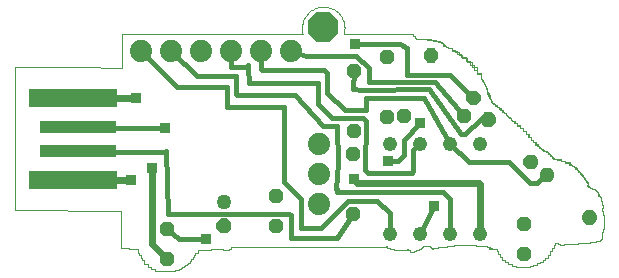
<source format=gtl>
G75*
%MOIN*%
%OFA0B0*%
%FSLAX24Y24*%
%IPPOS*%
%LPD*%
%AMOC8*
5,1,8,0,0,1.08239X$1,22.5*
%
%ADD10C,0.0010*%
%ADD11C,0.0004*%
%ADD12OC8,0.0480*%
%ADD13C,0.0096*%
%ADD14OC8,0.0500*%
%ADD15C,0.0500*%
%ADD16C,0.0480*%
%ADD17R,0.2953X0.0591*%
%ADD18R,0.2559X0.0394*%
%ADD19C,0.0740*%
%ADD20R,0.0376X0.0376*%
%ADD21C,0.0240*%
%ADD22C,0.0160*%
%ADD23OC8,0.1000*%
D10*
X005682Y009387D02*
X005682Y009460D01*
X005557Y009460D01*
X005557Y009555D01*
X005438Y009555D01*
X005438Y009675D01*
X005386Y009675D01*
X005386Y009746D01*
X005331Y009746D01*
X005331Y009835D01*
X005283Y009835D01*
X005283Y009927D01*
X005250Y009927D01*
X005250Y010007D01*
X005235Y010007D01*
X005235Y010055D01*
X005135Y010055D01*
X005135Y010061D01*
X004929Y010061D01*
X004929Y010074D01*
X004755Y010074D01*
X005682Y009387D02*
X005818Y009387D01*
X005818Y009333D01*
X005969Y009333D01*
X005969Y009320D01*
X006023Y009320D01*
X006023Y009312D01*
X006073Y009312D01*
X006073Y009309D01*
X006244Y009309D01*
X006244Y009310D01*
X006349Y009310D01*
X006349Y009313D01*
X006415Y009313D01*
X006415Y009320D02*
X006463Y009320D01*
X006463Y009335D01*
X006514Y009335D01*
X006514Y009363D02*
X006595Y009363D01*
X006595Y009396D01*
X006672Y009396D01*
X006672Y009417D01*
X006716Y009417D01*
X006716Y009440D01*
X006758Y009440D01*
X006758Y009471D01*
X006807Y009471D01*
X006807Y009514D01*
X006871Y009514D01*
X006871Y009550D01*
X006918Y009550D01*
X006918Y009598D01*
X006966Y009598D01*
X006966Y009653D01*
X007016Y009653D01*
X007016Y009715D01*
X007064Y009715D01*
X007064Y009780D01*
X007109Y009780D01*
X007109Y009846D01*
X007149Y009846D01*
X007149Y009909D01*
X007182Y009909D01*
X007207Y009931D01*
X007231Y009931D01*
X007231Y010005D01*
X007256Y010005D01*
X007256Y010011D01*
X007305Y010011D01*
X007305Y010014D01*
X007335Y010014D01*
X007335Y010017D01*
X007384Y010017D01*
X007384Y010021D01*
X007444Y010021D01*
X007444Y010023D01*
X007508Y010023D01*
X007508Y010027D01*
X007581Y010027D01*
X007581Y010031D01*
X007664Y010031D01*
X007664Y010037D01*
X007748Y010037D01*
X007748Y010043D01*
X007821Y010043D01*
X007821Y010049D01*
X007893Y010049D01*
X007893Y010053D01*
X007948Y010053D01*
X007948Y010055D01*
X007990Y010055D01*
X007990Y010056D01*
X008020Y010056D01*
X008020Y010054D01*
X008041Y010054D01*
X008041Y010051D01*
X008054Y010051D01*
X008054Y010045D01*
X008063Y010045D01*
X008063Y010038D01*
X008068Y010038D01*
X008068Y010023D01*
X008084Y010023D01*
X008084Y010011D01*
X008111Y010011D01*
X008111Y010003D01*
X008146Y010003D01*
X008146Y010001D01*
X008189Y010001D01*
X008189Y010003D01*
X008211Y010003D01*
X008211Y010007D01*
X008233Y010007D01*
X008233Y010017D01*
X008256Y010017D01*
X008256Y010031D01*
X008283Y010031D01*
X008283Y010049D01*
X008311Y010049D01*
X008311Y010066D01*
X008328Y010066D01*
X008328Y010088D01*
X008340Y010088D01*
X008353Y010123D01*
X008364Y010123D01*
X008377Y010124D01*
X013513Y010111D01*
X013488Y010154D01*
X013552Y010154D01*
X013552Y010099D01*
X013633Y010099D01*
X013633Y010063D01*
X013698Y010063D01*
X013698Y010040D01*
X013756Y010040D01*
X013756Y010026D01*
X013822Y010026D01*
X013822Y010018D01*
X013917Y010018D01*
X013917Y010016D01*
X014033Y010016D01*
X014033Y010020D01*
X014142Y010020D01*
X014142Y010031D01*
X014217Y010031D01*
X014217Y010036D01*
X014237Y010036D01*
X014237Y010035D01*
X014253Y010035D01*
X014253Y010024D01*
X014270Y010024D01*
X014270Y010000D01*
X014296Y010000D01*
X014296Y009965D01*
X014344Y009965D01*
X014344Y009949D01*
X014391Y009949D01*
X014391Y009953D01*
X014437Y009953D01*
X014437Y009975D01*
X014482Y009975D01*
X014482Y009991D01*
X014513Y009991D01*
X014513Y010008D01*
X014553Y010008D01*
X014553Y010030D01*
X014611Y010030D01*
X014611Y010054D01*
X014661Y010054D01*
X014661Y010079D01*
X014698Y010079D01*
X014698Y010103D01*
X014720Y010103D01*
X014720Y010123D01*
X014736Y010123D01*
X014736Y010136D01*
X014760Y010136D01*
X014760Y010143D01*
X014806Y010143D01*
X014806Y010149D01*
X014885Y010149D01*
X014885Y010154D01*
X014975Y010154D01*
X014975Y010131D01*
X014981Y010131D01*
X014981Y010107D01*
X014993Y010107D01*
X014993Y010083D01*
X015013Y010083D01*
X015013Y010071D01*
X015028Y010071D01*
X015028Y010063D01*
X015041Y010063D01*
X015041Y010061D01*
X015056Y010061D01*
X015056Y010063D01*
X015075Y010063D01*
X015075Y010067D01*
X015107Y010067D01*
X015107Y010075D01*
X015167Y010075D01*
X015167Y010087D01*
X015247Y010087D01*
X015247Y010100D01*
X015338Y010100D01*
X015338Y010114D01*
X015438Y010114D01*
X015438Y010129D01*
X015542Y010129D01*
X015542Y010142D01*
X015636Y010142D01*
X015636Y010152D01*
X015710Y010152D01*
X015710Y010160D01*
X015766Y010160D01*
X015766Y010169D01*
X015814Y010169D01*
X015814Y010176D01*
X015849Y010176D01*
X015849Y010182D01*
X015866Y010182D01*
X015866Y010187D01*
X015897Y010187D01*
X015897Y010188D01*
X015969Y010188D01*
X015969Y010186D01*
X016074Y010186D01*
X016074Y010182D01*
X016204Y010182D01*
X016204Y010176D01*
X016350Y010176D01*
X016350Y010167D01*
X016503Y010167D01*
X016503Y010156D01*
X016656Y010156D01*
X016656Y010144D01*
X016800Y010144D01*
X016800Y010139D01*
X016838Y010139D01*
X016838Y010134D01*
X016867Y010134D01*
X016867Y010128D01*
X016888Y010128D01*
X016888Y010119D01*
X016900Y010119D01*
X016900Y010112D01*
X016914Y010112D01*
X016914Y010105D01*
X016933Y010105D01*
X016933Y010100D01*
X016961Y010100D01*
X016961Y010097D01*
X017001Y010097D01*
X017001Y010093D01*
X017006Y010081D01*
X017006Y010075D01*
X017038Y010075D01*
X017038Y010066D01*
X017064Y010066D01*
X017064Y010051D01*
X016953Y010088D01*
X016953Y010063D01*
X016998Y010063D01*
X016998Y010048D01*
X017039Y010048D01*
X017039Y010040D01*
X017081Y010040D01*
X017081Y010038D01*
X017208Y010038D01*
X017208Y009988D01*
X017233Y009988D01*
X017233Y009887D01*
X017296Y009887D01*
X017296Y009784D01*
X017380Y009784D01*
X017380Y009690D01*
X017476Y009690D01*
X017476Y009615D01*
X017576Y009615D01*
X017576Y009549D01*
X017695Y009549D01*
X017695Y009499D01*
X017823Y009499D01*
X017823Y009464D01*
X017958Y009464D01*
X017958Y009446D01*
X018202Y009446D01*
X018202Y009459D01*
X018309Y009459D01*
X018309Y009484D01*
X018417Y009484D01*
X018417Y009520D01*
X018522Y009520D01*
X018522Y009567D01*
X018624Y009567D01*
X018624Y009624D01*
X018721Y009624D01*
X018721Y009690D01*
X018812Y009690D01*
X018812Y009765D01*
X018893Y009765D01*
X018893Y009861D01*
X018973Y009861D01*
X018973Y009972D01*
X019047Y009972D01*
X019047Y010084D01*
X019106Y010084D01*
X019106Y010184D01*
X019141Y010184D01*
X019141Y010231D01*
X019152Y010231D01*
X019152Y010235D01*
X019205Y010235D01*
X019205Y010237D01*
X019233Y010237D01*
X019233Y010235D01*
X019251Y010235D01*
X019251Y010231D01*
X019262Y010231D01*
X019262Y010222D01*
X019271Y010222D01*
X019271Y010209D01*
X019281Y010209D01*
X019281Y010201D01*
X019296Y010201D01*
X019296Y010196D01*
X019322Y010196D01*
X019322Y010194D01*
X019368Y010194D01*
X019368Y010197D01*
X019441Y010197D01*
X019441Y010203D01*
X019548Y010203D01*
X019548Y010214D01*
X019696Y010214D01*
X019696Y010229D01*
X019893Y010229D01*
X019893Y010242D01*
X020062Y010242D01*
X020062Y010251D01*
X020196Y010251D01*
X020196Y010260D01*
X020298Y010260D01*
X020298Y010267D01*
X020374Y010267D01*
X020374Y010273D01*
X020428Y010273D01*
X020428Y010278D01*
X020464Y010278D01*
X020464Y010284D01*
X020487Y010284D01*
X020487Y010290D01*
X020501Y010290D01*
X020501Y010303D01*
X020539Y010303D01*
X020539Y010308D01*
X020584Y010308D01*
X020584Y010309D01*
X020610Y010309D01*
X020610Y010313D01*
X020629Y010313D01*
X020629Y010323D01*
X020646Y010323D01*
X020646Y010340D01*
X020664Y010340D01*
X020664Y010361D01*
X020680Y010361D01*
X020680Y010378D01*
X020690Y010378D01*
X020690Y010401D01*
X020694Y010401D01*
X020694Y010436D01*
X020694Y010436D01*
X020694Y010491D01*
X020697Y010491D01*
X020697Y010543D01*
X020707Y010543D01*
X020707Y010587D01*
X020720Y010587D01*
X020720Y010616D01*
X020736Y010616D01*
X020736Y010649D01*
X020749Y010649D01*
X020749Y010713D01*
X020758Y010713D01*
X020758Y010799D01*
X020762Y010799D01*
X020762Y010899D01*
X020764Y010899D01*
X020764Y011003D01*
X020762Y011003D01*
X020762Y011103D01*
X020756Y011103D01*
X020756Y011189D01*
X020747Y011189D01*
X020747Y011254D01*
X020734Y011254D01*
X020734Y011330D01*
X020720Y011330D01*
X020720Y011403D01*
X020728Y011403D01*
X020728Y011475D01*
X020722Y011475D01*
X020722Y011533D01*
X020712Y011533D01*
X020712Y011597D01*
X020700Y011597D01*
X020700Y011660D01*
X020685Y011660D01*
X020685Y011715D01*
X020670Y011715D01*
X020670Y011758D01*
X020657Y011758D01*
X020657Y011782D01*
X020646Y011782D01*
X020646Y011798D01*
X020627Y011798D01*
X020627Y011804D01*
X020605Y011804D01*
X020605Y011805D01*
X020592Y011805D01*
X020592Y011810D01*
X020585Y011810D01*
X020585Y011820D01*
X020584Y011820D01*
X020584Y011839D01*
X020587Y011839D01*
X020587Y011860D01*
X020589Y011860D01*
X020589Y011879D01*
X020584Y011879D01*
X020584Y011903D01*
X020572Y011903D01*
X020572Y011940D01*
X020547Y011940D01*
X020547Y011964D01*
X020530Y011964D01*
X020530Y011982D01*
X020516Y011982D01*
X020516Y011998D01*
X020499Y011998D01*
X020499Y012011D01*
X020480Y012011D01*
X020480Y012024D01*
X020454Y012024D01*
X020454Y012040D01*
X020417Y012040D01*
X020417Y012060D01*
X020368Y012060D01*
X020368Y012085D01*
X020302Y012085D01*
X020302Y012102D01*
X020259Y012102D01*
X020259Y012115D01*
X020234Y012115D01*
X020234Y012127D01*
X020221Y012127D01*
X020221Y012142D01*
X020215Y012142D01*
X020215Y012164D01*
X020214Y012164D01*
X020214Y012179D01*
X020220Y012179D01*
X020220Y012195D01*
X020227Y012195D01*
X020227Y012220D01*
X020230Y012220D01*
X020230Y012235D01*
X020229Y012235D01*
X020229Y012248D01*
X020224Y012248D01*
X020224Y012258D01*
X020215Y012258D01*
X020215Y012267D01*
X020201Y012267D01*
X020201Y012281D01*
X020186Y012281D01*
X020186Y012305D01*
X020164Y012305D01*
X020164Y012338D01*
X020140Y012338D01*
X020140Y012374D01*
X020115Y012374D01*
X020115Y012413D01*
X020087Y012413D01*
X020087Y012456D01*
X020057Y012456D01*
X020057Y012496D01*
X020027Y012496D01*
X020027Y012529D01*
X020001Y012529D01*
X020001Y012557D01*
X019979Y012557D01*
X019979Y012582D01*
X019958Y012582D01*
X019958Y012602D01*
X019943Y012602D01*
X019943Y012614D01*
X019933Y012614D01*
X019933Y012629D01*
X019919Y012629D01*
X019919Y012655D01*
X019892Y012655D01*
X019892Y012689D01*
X019855Y012689D01*
X019855Y012727D01*
X019812Y012727D01*
X019812Y012775D01*
X019757Y012775D01*
X019757Y012812D01*
X019708Y012812D01*
X019708Y012840D01*
X019664Y012840D01*
X019664Y012866D01*
X019616Y012866D01*
X019616Y012931D01*
X019474Y012931D01*
X019474Y012989D01*
X019331Y012989D01*
X019331Y013032D01*
X019203Y013032D01*
X019203Y013055D01*
X019105Y013055D01*
X019105Y013059D01*
X019081Y013059D01*
X019081Y013066D01*
X019064Y013066D01*
X019064Y013080D01*
X019051Y013080D01*
X019051Y013103D01*
X019035Y013103D01*
X019035Y013119D01*
X019024Y013119D01*
X019024Y013135D01*
X019012Y013135D01*
X019012Y013148D01*
X019001Y013148D01*
X019001Y013155D01*
X018993Y013155D01*
X018993Y013165D01*
X018982Y013165D01*
X018982Y013183D01*
X018965Y013183D01*
X018965Y013206D01*
X018944Y013206D01*
X018944Y013233D01*
X018920Y013233D01*
X018920Y013255D01*
X018901Y013255D01*
X018901Y013271D01*
X018886Y013271D01*
X018886Y013283D01*
X018875Y013283D01*
X018875Y013291D01*
X018864Y013291D01*
X018864Y013297D01*
X018855Y013297D01*
X018855Y013299D01*
X018846Y013299D01*
X018846Y013301D01*
X018821Y013301D01*
X018821Y013305D01*
X018789Y013305D01*
X018789Y013316D01*
X018769Y013316D01*
X018769Y013332D01*
X018749Y013332D01*
X018749Y013348D01*
X018719Y013348D01*
X018719Y013366D01*
X018687Y013366D01*
X018687Y013385D01*
X018663Y013385D01*
X018663Y013403D01*
X018640Y013403D01*
X018640Y013418D01*
X018612Y013418D01*
X018612Y013435D01*
X018587Y013435D01*
X018587Y013473D01*
X018545Y013473D01*
X018545Y013531D01*
X018486Y013531D01*
X018486Y013611D01*
X018411Y013611D01*
X018411Y013686D01*
X018338Y013686D01*
X018338Y013775D01*
X018251Y013775D01*
X018251Y013872D01*
X018157Y013872D01*
X018157Y013972D01*
X018057Y013972D01*
X018057Y014070D01*
X017958Y014070D01*
X017958Y014164D01*
X017862Y014164D01*
X017862Y014246D01*
X017777Y014246D01*
X017777Y014314D01*
X017706Y014314D01*
X017706Y014354D01*
X017663Y014354D01*
X017663Y014400D01*
X017616Y014400D01*
X017616Y014443D01*
X017569Y014443D01*
X017569Y014481D01*
X017529Y014481D01*
X017529Y014521D01*
X017488Y014521D01*
X017488Y014567D01*
X017437Y014567D01*
X017437Y014618D01*
X017380Y014618D01*
X017380Y014673D01*
X017320Y014673D01*
X017320Y014728D01*
X017258Y014728D01*
X017258Y014780D01*
X017198Y014780D01*
X017198Y014828D01*
X017142Y014828D01*
X017142Y014869D01*
X017094Y014869D01*
X017094Y014896D01*
X017063Y014896D01*
X017063Y014921D01*
X017037Y014921D01*
X017037Y014940D01*
X017020Y014940D01*
X017020Y014951D01*
X017013Y014951D01*
X017013Y014966D01*
X017008Y014966D01*
X017008Y014996D01*
X016996Y014996D01*
X016996Y015036D01*
X016976Y015036D01*
X016976Y015083D01*
X016953Y015083D01*
X016953Y015165D01*
X016913Y015165D01*
X016913Y015230D01*
X016885Y015230D01*
X016885Y015281D01*
X016869Y015281D01*
X016869Y015321D01*
X016865Y015321D01*
X016865Y015342D01*
X016860Y015342D01*
X016860Y015377D01*
X016846Y015377D01*
X016846Y015424D01*
X016825Y015424D01*
X016825Y015479D01*
X016797Y015479D01*
X016797Y015538D01*
X016766Y015538D01*
X016766Y015600D01*
X016731Y015600D01*
X016731Y015661D01*
X016695Y015661D01*
X016695Y015719D01*
X016660Y015719D01*
X016660Y015878D01*
X016549Y015878D01*
X016549Y016033D01*
X016427Y016033D01*
X016427Y016180D01*
X016294Y016180D01*
X016294Y016318D01*
X016155Y016318D01*
X016155Y016444D01*
X016010Y016444D01*
X016010Y016557D01*
X015862Y016557D01*
X015862Y016655D01*
X015714Y016655D01*
X015714Y016736D01*
X015566Y016736D01*
X015566Y016773D01*
X015490Y016773D01*
X015490Y016801D01*
X015446Y016801D01*
X015446Y016827D01*
X015420Y016827D01*
X015420Y016864D01*
X015399Y016864D01*
X015399Y016883D01*
X015388Y016883D01*
X015388Y016900D01*
X015375Y016900D01*
X015375Y016916D01*
X015361Y016916D01*
X015361Y016926D01*
X015347Y016926D01*
X015347Y016946D01*
X015306Y016946D01*
X015306Y016964D01*
X015246Y016964D01*
X015246Y016982D01*
X015170Y016982D01*
X015170Y016998D01*
X015080Y016998D01*
X015080Y017012D01*
X014979Y017012D01*
X014979Y017025D01*
X014868Y017025D01*
X014868Y017036D01*
X014750Y017036D01*
X014750Y017044D01*
X014627Y017044D01*
X014627Y017050D01*
X014493Y017050D01*
X014493Y017088D01*
X014475Y017088D01*
X014475Y017120D01*
X014458Y017120D01*
X014458Y017142D01*
X014441Y017142D01*
X014441Y017143D01*
X014438Y017143D01*
X014438Y017144D01*
X014431Y017144D01*
X014431Y017145D01*
X014420Y017145D01*
X014420Y017146D01*
X014403Y017146D01*
X014412Y017156D02*
X014429Y017156D01*
X014429Y017155D01*
X014440Y017155D01*
X014440Y017154D01*
X014448Y017154D01*
X014448Y017153D01*
X014451Y017153D01*
X014451Y017151D01*
X014467Y017151D01*
X014467Y017129D01*
X014484Y017129D01*
X014484Y017098D01*
X014501Y017098D01*
X014501Y017059D01*
X014635Y017059D01*
X014635Y017053D01*
X014759Y017053D01*
X014759Y017045D01*
X014877Y017045D01*
X014877Y017035D01*
X014988Y017035D01*
X014988Y017022D01*
X015090Y017022D01*
X015090Y017007D01*
X015179Y017007D01*
X015179Y016991D01*
X015255Y016991D01*
X015255Y016973D01*
X015315Y016973D01*
X015315Y016954D01*
X015357Y016954D01*
X015357Y016935D01*
X015370Y016935D01*
X015370Y016925D01*
X015384Y016925D01*
X015384Y016910D01*
X015397Y016910D01*
X015397Y016892D01*
X015408Y016892D01*
X015408Y016874D01*
X015430Y016874D01*
X015430Y016837D01*
X015456Y016837D01*
X015456Y016810D01*
X015500Y016810D01*
X015500Y016783D01*
X015575Y016783D01*
X015575Y016745D01*
X015687Y016745D01*
X015687Y016684D01*
X015812Y016684D01*
X015812Y016606D01*
X015936Y016606D01*
X015936Y016519D01*
X016049Y016519D01*
X016049Y016430D01*
X016220Y016430D01*
X016220Y016274D01*
X016384Y016274D01*
X016384Y016100D01*
X016536Y016100D01*
X016536Y015916D01*
X016668Y015916D01*
X016668Y015728D01*
X016705Y015728D01*
X016705Y015671D01*
X016740Y015671D01*
X016740Y015609D01*
X016775Y015609D01*
X016775Y015548D01*
X016807Y015548D01*
X016807Y015488D01*
X016834Y015488D01*
X016834Y015433D01*
X016855Y015433D01*
X016855Y015387D01*
X016869Y015387D01*
X016869Y015351D01*
X016874Y015351D01*
X016874Y015330D01*
X016879Y015330D01*
X016879Y015290D01*
X016895Y015290D01*
X016895Y015239D01*
X016922Y015239D01*
X016922Y015174D01*
X016962Y015174D01*
X016962Y015092D01*
X016986Y015092D01*
X016986Y015046D01*
X017005Y015046D01*
X017005Y015005D01*
X017018Y015005D01*
X017018Y014975D01*
X017023Y014975D01*
X017023Y014961D01*
X017029Y014961D01*
X017029Y014950D01*
X017047Y014950D01*
X017047Y014931D01*
X017072Y014931D01*
X017072Y014906D01*
X017103Y014906D01*
X017103Y014878D01*
X017152Y014878D01*
X017152Y014837D01*
X017207Y014837D01*
X017207Y014789D01*
X017268Y014789D01*
X017268Y014737D01*
X017329Y014737D01*
X017329Y014682D01*
X017389Y014682D01*
X017389Y014628D01*
X017446Y014628D01*
X017446Y014576D01*
X017497Y014576D01*
X017497Y014529D01*
X017538Y014529D01*
X017538Y014491D01*
X017578Y014491D01*
X017578Y014453D01*
X017625Y014453D01*
X017625Y014409D01*
X017672Y014409D01*
X017672Y014364D01*
X017715Y014364D01*
X017715Y014324D01*
X017787Y014324D01*
X017787Y014256D01*
X017872Y014256D01*
X017872Y014173D01*
X017967Y014173D01*
X017967Y014080D01*
X018066Y014080D01*
X018066Y013981D01*
X018166Y013981D01*
X018166Y013881D01*
X018261Y013881D01*
X018261Y013785D01*
X018347Y013785D01*
X018347Y013696D01*
X018420Y013696D01*
X018420Y013620D01*
X018496Y013620D01*
X018496Y013540D01*
X018555Y013540D01*
X018555Y013482D01*
X018596Y013482D01*
X018596Y013445D01*
X018621Y013445D01*
X018621Y013428D01*
X018649Y013428D01*
X018649Y013412D01*
X018672Y013412D01*
X018672Y013394D01*
X018696Y013394D01*
X018696Y013375D01*
X018728Y013375D01*
X018728Y013358D01*
X018758Y013358D01*
X018758Y013342D01*
X018778Y013342D01*
X018778Y013325D01*
X018798Y013325D01*
X018798Y013314D01*
X018831Y013314D01*
X018831Y013310D01*
X018855Y013310D01*
X018855Y013309D01*
X018864Y013309D01*
X018864Y013305D01*
X018874Y013305D01*
X018874Y013301D01*
X018884Y013301D01*
X018884Y013292D01*
X018896Y013292D01*
X018896Y013281D01*
X018910Y013281D01*
X018910Y013264D01*
X018929Y013264D01*
X018929Y013242D01*
X018953Y013242D01*
X018953Y013216D01*
X018974Y013216D01*
X018974Y013192D01*
X018992Y013192D01*
X018992Y013174D01*
X019002Y013174D01*
X019002Y013165D01*
X019010Y013165D01*
X019010Y013157D01*
X019021Y013157D01*
X019021Y013145D01*
X019033Y013145D01*
X019033Y013129D01*
X019044Y013129D01*
X019044Y013111D01*
X019060Y013111D01*
X019060Y013089D01*
X019074Y013089D01*
X019074Y013075D01*
X019091Y013075D01*
X019091Y013068D01*
X019114Y013068D01*
X019114Y013063D01*
X019212Y013063D01*
X019212Y013041D01*
X019340Y013041D01*
X019340Y012998D01*
X019484Y012998D01*
X019484Y012941D01*
X019625Y012941D01*
X019625Y012875D01*
X019673Y012875D01*
X019673Y012849D01*
X019718Y012849D01*
X019718Y012820D01*
X019766Y012820D01*
X019766Y012784D01*
X019821Y012784D01*
X019821Y012737D01*
X019864Y012737D01*
X019864Y012698D01*
X019902Y012698D01*
X019902Y012664D01*
X019929Y012664D01*
X019929Y012638D01*
X019943Y012638D01*
X019943Y012624D01*
X019952Y012624D01*
X019952Y012611D01*
X019968Y012611D01*
X019968Y012591D01*
X019988Y012591D01*
X019988Y012566D01*
X020010Y012566D01*
X020010Y012538D01*
X020036Y012538D01*
X020036Y012506D01*
X020066Y012506D01*
X020066Y012466D01*
X020097Y012466D01*
X020097Y012423D01*
X020123Y012423D01*
X020123Y012383D01*
X020149Y012383D01*
X020149Y012347D01*
X020173Y012347D01*
X020173Y012315D01*
X020195Y012315D01*
X020195Y012291D01*
X020210Y012291D01*
X020210Y012277D01*
X020225Y012277D01*
X020225Y012267D01*
X020234Y012267D01*
X020234Y012256D01*
X020238Y012256D01*
X020238Y012241D01*
X020239Y012241D01*
X020239Y012220D01*
X020236Y012220D01*
X020236Y012188D01*
X020230Y012188D01*
X020230Y012170D01*
X020222Y012170D01*
X020222Y012153D01*
X020232Y012153D01*
X020232Y012136D01*
X020262Y012136D01*
X020262Y012116D01*
X020311Y012116D01*
X020311Y012094D01*
X014412Y017157D02*
X014412Y017156D01*
D11*
X014404Y017147D02*
X014391Y017216D01*
X012091Y017216D01*
X012092Y017216D02*
X012105Y017267D01*
X012114Y017319D01*
X012119Y017372D01*
X012121Y017425D01*
X012119Y017477D01*
X012112Y017530D01*
X012102Y017581D01*
X012088Y017632D01*
X012070Y017682D01*
X012049Y017730D01*
X012024Y017777D01*
X011995Y017821D01*
X011964Y017863D01*
X011929Y017903D01*
X011891Y017940D01*
X011851Y017975D01*
X011809Y018006D01*
X011764Y018034D01*
X011717Y018058D01*
X011669Y018079D01*
X011619Y018096D01*
X011568Y018110D01*
X011516Y018119D01*
X011463Y018125D01*
X011410Y018127D01*
X011358Y018125D01*
X011305Y018119D01*
X011253Y018109D01*
X011202Y018095D01*
X011153Y018078D01*
X011104Y018057D01*
X011058Y018032D01*
X011013Y018004D01*
X010970Y017973D01*
X010930Y017938D01*
X010893Y017901D01*
X010859Y017861D01*
X010827Y017819D01*
X010799Y017774D01*
X010774Y017728D01*
X010753Y017679D01*
X010735Y017629D01*
X010721Y017579D01*
X010711Y017527D01*
X010705Y017474D01*
X010703Y017422D01*
X010705Y017369D01*
X010710Y017316D01*
X010720Y017264D01*
X010733Y017213D01*
X010733Y017214D02*
X004715Y017224D01*
X004715Y016090D01*
X003273Y016100D01*
X001139Y016109D01*
X001130Y011342D01*
X004657Y011332D01*
X004657Y010265D01*
X004657Y010073D01*
X004754Y010073D01*
D12*
X006212Y009718D03*
X006212Y010718D03*
X009825Y010803D03*
X009825Y011803D03*
X012400Y011216D03*
X012400Y013216D03*
X012425Y013978D03*
X013535Y014463D03*
X014115Y014479D03*
X012425Y015978D03*
X013535Y016463D03*
X016115Y014479D03*
X018092Y010877D03*
X018092Y009877D03*
D13*
X020242Y011256D02*
X020194Y011304D01*
X020352Y011304D01*
X020464Y011192D01*
X020464Y011034D01*
X020352Y010922D01*
X020194Y010922D01*
X020082Y011034D01*
X020082Y011192D01*
X020194Y011304D01*
X020223Y011232D01*
X020323Y011232D01*
X020392Y011163D01*
X020392Y011063D01*
X020323Y010994D01*
X020223Y010994D01*
X020154Y011063D01*
X020154Y011163D01*
X020223Y011232D01*
X020253Y011160D01*
X020293Y011160D01*
X020320Y011133D01*
X020320Y011093D01*
X020293Y011066D01*
X020253Y011066D01*
X020226Y011093D01*
X020226Y011133D01*
X020253Y011160D01*
X018828Y012670D02*
X018780Y012718D01*
X018938Y012718D01*
X019050Y012606D01*
X019050Y012448D01*
X018938Y012336D01*
X018780Y012336D01*
X018668Y012448D01*
X018668Y012606D01*
X018780Y012718D01*
X018809Y012646D01*
X018909Y012646D01*
X018978Y012577D01*
X018978Y012477D01*
X018909Y012408D01*
X018809Y012408D01*
X018740Y012477D01*
X018740Y012577D01*
X018809Y012646D01*
X018839Y012574D01*
X018879Y012574D01*
X018906Y012547D01*
X018906Y012507D01*
X018879Y012480D01*
X018839Y012480D01*
X018812Y012507D01*
X018812Y012547D01*
X018839Y012574D01*
X018342Y012820D02*
X018390Y012772D01*
X018232Y012772D01*
X018120Y012884D01*
X018120Y013042D01*
X018232Y013154D01*
X018390Y013154D01*
X018502Y013042D01*
X018502Y012884D01*
X018390Y012772D01*
X018361Y012844D01*
X018261Y012844D01*
X018192Y012913D01*
X018192Y013013D01*
X018261Y013082D01*
X018361Y013082D01*
X018430Y013013D01*
X018430Y012913D01*
X018361Y012844D01*
X018331Y012916D01*
X018291Y012916D01*
X018264Y012943D01*
X018264Y012983D01*
X018291Y013010D01*
X018331Y013010D01*
X018358Y012983D01*
X018358Y012943D01*
X018331Y012916D01*
X016928Y014235D02*
X016976Y014187D01*
X016818Y014187D01*
X016706Y014299D01*
X016706Y014457D01*
X016818Y014569D01*
X016976Y014569D01*
X017088Y014457D01*
X017088Y014299D01*
X016976Y014187D01*
X016947Y014259D01*
X016847Y014259D01*
X016778Y014328D01*
X016778Y014428D01*
X016847Y014497D01*
X016947Y014497D01*
X017016Y014428D01*
X017016Y014328D01*
X016947Y014259D01*
X016917Y014331D01*
X016877Y014331D01*
X016850Y014358D01*
X016850Y014398D01*
X016877Y014425D01*
X016917Y014425D01*
X016944Y014398D01*
X016944Y014358D01*
X016917Y014331D01*
X016437Y014956D02*
X016485Y014908D01*
X016327Y014908D01*
X016215Y015020D01*
X016215Y015178D01*
X016327Y015290D01*
X016485Y015290D01*
X016597Y015178D01*
X016597Y015020D01*
X016485Y014908D01*
X016456Y014980D01*
X016356Y014980D01*
X016287Y015049D01*
X016287Y015149D01*
X016356Y015218D01*
X016456Y015218D01*
X016525Y015149D01*
X016525Y015049D01*
X016456Y014980D01*
X016426Y015052D01*
X016386Y015052D01*
X016359Y015079D01*
X016359Y015119D01*
X016386Y015146D01*
X016426Y015146D01*
X016453Y015119D01*
X016453Y015079D01*
X016426Y015052D01*
X015023Y016370D02*
X015071Y016322D01*
X014913Y016322D01*
X014801Y016434D01*
X014801Y016592D01*
X014913Y016704D01*
X015071Y016704D01*
X015183Y016592D01*
X015183Y016434D01*
X015071Y016322D01*
X015042Y016394D01*
X014942Y016394D01*
X014873Y016463D01*
X014873Y016563D01*
X014942Y016632D01*
X015042Y016632D01*
X015111Y016563D01*
X015111Y016463D01*
X015042Y016394D01*
X015012Y016466D01*
X014972Y016466D01*
X014945Y016493D01*
X014945Y016533D01*
X014972Y016560D01*
X015012Y016560D01*
X015039Y016533D01*
X015039Y016493D01*
X015012Y016466D01*
D14*
X008108Y010812D03*
D15*
X008108Y011612D03*
D16*
X013629Y010564D03*
X014629Y010564D03*
X015629Y010564D03*
X016629Y010564D03*
X016629Y013564D03*
X015629Y013564D03*
X014629Y013564D03*
X013629Y013564D03*
D17*
X003055Y012335D03*
X003055Y015090D03*
D18*
X003251Y014106D03*
X003251Y013319D03*
D19*
X005339Y016660D03*
X006339Y016660D03*
X007339Y016660D03*
X008339Y016660D03*
X009339Y016660D03*
X010339Y016660D03*
X011277Y013560D03*
X011277Y012560D03*
X011277Y011560D03*
D20*
X012427Y012385D03*
X013564Y012985D03*
X014639Y014235D03*
X012464Y016872D03*
X015114Y011499D03*
X007502Y010398D03*
X005003Y012335D03*
X005702Y012760D03*
X006140Y014085D03*
X005177Y015098D03*
D21*
X003062Y015098D01*
X003055Y015090D01*
X005702Y012760D02*
X005702Y010227D01*
X006212Y009718D01*
X005003Y012335D02*
X003056Y012335D01*
X003055Y012335D01*
X012427Y012385D02*
X012552Y012261D01*
X016601Y012261D01*
X016629Y012233D01*
X016629Y010564D01*
D22*
X015629Y010564D02*
X015629Y011733D01*
X015414Y011948D01*
X011864Y011961D01*
X011852Y012036D01*
X011864Y012061D01*
X011852Y012048D01*
X011889Y012923D01*
X011877Y014148D01*
X011414Y014148D01*
X010464Y015185D01*
X008527Y015185D01*
X008502Y015210D01*
X008502Y015810D01*
X007189Y015810D01*
X006339Y016660D01*
X005339Y016660D02*
X006539Y015460D01*
X008190Y015460D01*
X008202Y015448D01*
X008202Y014798D01*
X008215Y014785D01*
X010089Y014785D01*
X010089Y012298D01*
X010664Y011723D01*
X010664Y010748D01*
X010677Y010761D01*
X010727Y010761D01*
X010739Y010748D01*
X010789Y010748D01*
X010802Y010761D01*
X011339Y010761D01*
X012239Y011661D01*
X013214Y011661D01*
X013629Y011246D01*
X013629Y010564D01*
X014629Y010564D02*
X015114Y011499D01*
X014364Y012598D02*
X014414Y012648D01*
X014414Y013349D01*
X014629Y013564D01*
X014101Y013698D02*
X014101Y013198D01*
X013889Y012985D01*
X013564Y012985D01*
X012914Y012598D02*
X014364Y012598D01*
X014101Y013698D02*
X014639Y014235D01*
X014770Y015098D02*
X013176Y015098D01*
X012852Y015098D01*
X012852Y014710D01*
X012839Y014698D01*
X012127Y014698D01*
X011552Y015260D01*
X011552Y015910D01*
X011452Y016010D01*
X009377Y016010D01*
X009339Y016048D01*
X009339Y016660D01*
X008915Y016185D02*
X008915Y016123D01*
X008352Y016123D01*
X008352Y016660D01*
X008339Y016660D01*
X008915Y016123D02*
X008915Y016085D01*
X008940Y015585D01*
X011239Y015585D01*
X011239Y014873D01*
X011689Y014410D01*
X012602Y014410D01*
X012601Y014410D02*
X012627Y014417D01*
X012653Y014421D01*
X012680Y014420D01*
X012706Y014416D01*
X012731Y014408D01*
X012755Y014397D01*
X012778Y014382D01*
X012797Y014365D01*
X012814Y014344D01*
X012828Y014322D01*
X012839Y014298D01*
X012814Y012773D01*
X012814Y012698D01*
X012914Y012598D01*
X012400Y011216D02*
X011857Y010423D01*
X010339Y010411D01*
X010327Y010611D01*
X010327Y011186D01*
X010264Y011211D01*
X006227Y011211D01*
X006177Y013310D01*
X006165Y013298D01*
X004340Y013298D01*
X004319Y013319D01*
X003251Y013319D01*
X003272Y014085D02*
X006140Y014085D01*
X003272Y014085D02*
X003251Y014106D01*
X006212Y010718D02*
X006619Y010373D01*
X007502Y010398D01*
X012412Y015387D02*
X012425Y015978D01*
X012939Y016073D02*
X012489Y016497D01*
X010852Y016497D01*
X010339Y016660D01*
X012412Y015387D02*
X012689Y015360D01*
X014951Y015373D01*
X016014Y013873D01*
X016151Y013873D01*
X016656Y014378D01*
X016897Y014378D01*
X016115Y014479D02*
X015146Y015610D01*
X013226Y015623D01*
X012952Y015610D01*
X012939Y016073D01*
X013051Y016872D02*
X012464Y016872D01*
X013051Y016872D02*
X013289Y016872D01*
X013964Y016872D01*
X014201Y016747D01*
X014201Y015860D01*
X015644Y015860D01*
X016406Y015099D01*
X014770Y015098D02*
X015629Y013564D01*
X016258Y012935D01*
X017601Y012935D01*
X018288Y012248D01*
X018526Y012248D01*
X018805Y012527D01*
X018859Y012527D01*
D23*
X011405Y017455D03*
M02*

</source>
